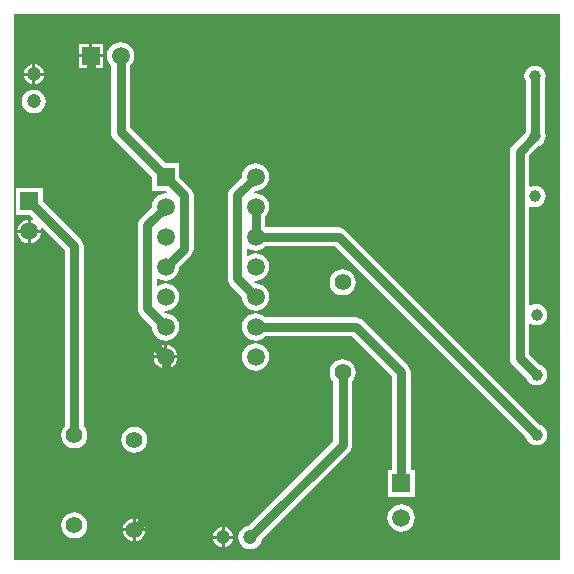
<source format=gtl>
G04 Layer_Physical_Order=1*
G04 Layer_Color=255*
%FSAX25Y25*%
%MOIN*%
G70*
G01*
G75*
%ADD10C,0.03150*%
%ADD11C,0.04724*%
%ADD12R,0.05906X0.05906*%
%ADD13C,0.05906*%
%ADD14C,0.05512*%
%ADD15C,0.03937*%
%ADD16R,0.05906X0.05906*%
G36*
X0389524Y0307326D02*
X0207326D01*
Y0489524D01*
X0389524D01*
Y0307326D01*
D02*
G37*
%LPC*%
G36*
X0236953Y0479453D02*
X0233500D01*
Y0476000D01*
X0236953D01*
Y0479453D01*
D02*
G37*
G36*
X0232500D02*
X0229047D01*
Y0476000D01*
X0232500D01*
Y0479453D01*
D02*
G37*
G36*
X0236953Y0475000D02*
X0233500D01*
Y0471547D01*
X0236953D01*
Y0475000D01*
D02*
G37*
G36*
X0232500D02*
X0229047D01*
Y0471547D01*
X0232500D01*
Y0475000D01*
D02*
G37*
G36*
X0214500Y0472656D02*
Y0469831D01*
X0217325D01*
X0217276Y0470209D01*
X0216937Y0471026D01*
X0216398Y0471729D01*
X0215696Y0472268D01*
X0214878Y0472607D01*
X0214500Y0472656D01*
D02*
G37*
G36*
X0213500D02*
X0213122Y0472607D01*
X0212304Y0472268D01*
X0211602Y0471729D01*
X0211063Y0471026D01*
X0210724Y0470209D01*
X0210675Y0469831D01*
X0213500D01*
Y0472656D01*
D02*
G37*
G36*
X0217325Y0468831D02*
X0214500D01*
Y0466005D01*
X0214878Y0466055D01*
X0215696Y0466394D01*
X0216398Y0466933D01*
X0216937Y0467635D01*
X0217276Y0468453D01*
X0217325Y0468831D01*
D02*
G37*
G36*
X0213500D02*
X0210675D01*
X0210724Y0468453D01*
X0211063Y0467635D01*
X0211602Y0466933D01*
X0212304Y0466394D01*
X0213122Y0466055D01*
X0213500Y0466005D01*
Y0468831D01*
D02*
G37*
G36*
X0214000Y0464247D02*
X0212972Y0464111D01*
X0212015Y0463715D01*
X0211192Y0463084D01*
X0210561Y0462261D01*
X0210164Y0461303D01*
X0210029Y0460276D01*
X0210164Y0459248D01*
X0210561Y0458290D01*
X0211192Y0457468D01*
X0212015Y0456837D01*
X0212972Y0456440D01*
X0214000Y0456305D01*
X0215028Y0456440D01*
X0215985Y0456837D01*
X0216808Y0457468D01*
X0217439Y0458290D01*
X0217836Y0459248D01*
X0217971Y0460276D01*
X0217836Y0461303D01*
X0217439Y0462261D01*
X0216808Y0463084D01*
X0215985Y0463715D01*
X0215028Y0464111D01*
X0214000Y0464247D01*
D02*
G37*
G36*
X0287980Y0439685D02*
X0286799Y0439529D01*
X0285697Y0439073D01*
X0284751Y0438347D01*
X0284026Y0437401D01*
X0283569Y0436300D01*
X0283414Y0435118D01*
X0283422Y0435053D01*
X0279554Y0431184D01*
X0279049Y0430526D01*
X0278731Y0429760D01*
X0278623Y0428938D01*
Y0401299D01*
X0278731Y0400476D01*
X0279049Y0399710D01*
X0279554Y0399052D01*
X0283422Y0395184D01*
X0283414Y0395118D01*
X0283569Y0393936D01*
X0284026Y0392835D01*
X0284751Y0391889D01*
X0285697Y0391163D01*
X0286799Y0390707D01*
X0287980Y0390552D01*
X0289162Y0390707D01*
X0290264Y0391163D01*
X0291210Y0391889D01*
X0291935Y0392835D01*
X0292391Y0393936D01*
X0292547Y0395118D01*
X0292391Y0396300D01*
X0291935Y0397401D01*
X0291210Y0398347D01*
X0290264Y0399073D01*
X0289162Y0399529D01*
X0287980Y0399685D01*
X0287915Y0399676D01*
X0287447Y0400144D01*
X0287668Y0400593D01*
X0287980Y0400552D01*
X0289162Y0400707D01*
X0290264Y0401163D01*
X0291210Y0401889D01*
X0291935Y0402835D01*
X0292391Y0403936D01*
X0292547Y0405118D01*
X0292391Y0406300D01*
X0291935Y0407402D01*
X0291210Y0408347D01*
X0290264Y0409073D01*
X0289162Y0409529D01*
X0287980Y0409685D01*
X0286799Y0409529D01*
X0285697Y0409073D01*
X0285425Y0408864D01*
X0284977Y0409086D01*
Y0411151D01*
X0285425Y0411372D01*
X0285697Y0411163D01*
X0286799Y0410707D01*
X0287980Y0410552D01*
X0289162Y0410707D01*
X0290264Y0411163D01*
X0291210Y0411889D01*
X0291250Y0411941D01*
X0314365D01*
X0378252Y0348055D01*
X0378527Y0347390D01*
X0379095Y0346650D01*
X0379835Y0346082D01*
X0380697Y0345725D01*
X0381622Y0345603D01*
X0382547Y0345725D01*
X0383409Y0346082D01*
X0384149Y0346650D01*
X0384717Y0347390D01*
X0385074Y0348252D01*
X0385196Y0349177D01*
X0385074Y0350102D01*
X0384717Y0350964D01*
X0384149Y0351704D01*
X0383409Y0352272D01*
X0382744Y0352548D01*
X0317927Y0417365D01*
X0317269Y0417869D01*
X0316503Y0418187D01*
X0315681Y0418295D01*
X0291250D01*
X0291210Y0418347D01*
X0291157Y0418387D01*
Y0421849D01*
X0291210Y0421889D01*
X0291935Y0422835D01*
X0292391Y0423936D01*
X0292547Y0425118D01*
X0292391Y0426300D01*
X0291935Y0427401D01*
X0291210Y0428347D01*
X0290264Y0429073D01*
X0289162Y0429529D01*
X0287980Y0429685D01*
X0287668Y0429644D01*
X0287447Y0430092D01*
X0287915Y0430560D01*
X0287980Y0430552D01*
X0289162Y0430707D01*
X0290264Y0431163D01*
X0291210Y0431889D01*
X0291935Y0432835D01*
X0292391Y0433936D01*
X0292547Y0435118D01*
X0292391Y0436300D01*
X0291935Y0437401D01*
X0291210Y0438347D01*
X0290264Y0439073D01*
X0289162Y0439529D01*
X0287980Y0439685D01*
D02*
G37*
G36*
X0243000Y0480067D02*
X0241818Y0479911D01*
X0240717Y0479455D01*
X0239771Y0478729D01*
X0239045Y0477783D01*
X0238589Y0476682D01*
X0238433Y0475500D01*
X0238589Y0474318D01*
X0239045Y0473217D01*
X0239771Y0472271D01*
X0239823Y0472231D01*
Y0450099D01*
X0239932Y0449276D01*
X0240249Y0448510D01*
X0240754Y0447852D01*
X0253453Y0435153D01*
Y0430591D01*
X0258015D01*
X0258514Y0430092D01*
X0258293Y0429644D01*
X0257980Y0429685D01*
X0256799Y0429529D01*
X0255697Y0429073D01*
X0254751Y0428347D01*
X0254026Y0427401D01*
X0253569Y0426300D01*
X0253414Y0425118D01*
X0253422Y0425053D01*
X0249554Y0421184D01*
X0249049Y0420526D01*
X0248731Y0419760D01*
X0248623Y0418938D01*
Y0391299D01*
X0248731Y0390476D01*
X0249049Y0389710D01*
X0249554Y0389052D01*
X0253422Y0385184D01*
X0253414Y0385118D01*
X0253569Y0383936D01*
X0254026Y0382835D01*
X0254751Y0381889D01*
X0255697Y0381163D01*
X0256799Y0380707D01*
X0257980Y0380552D01*
X0259162Y0380707D01*
X0260264Y0381163D01*
X0261210Y0381889D01*
X0261935Y0382835D01*
X0262391Y0383936D01*
X0262547Y0385118D01*
X0262391Y0386300D01*
X0261935Y0387402D01*
X0261210Y0388347D01*
X0260264Y0389073D01*
X0259162Y0389529D01*
X0257980Y0389685D01*
X0257915Y0389676D01*
X0257447Y0390144D01*
X0257668Y0390593D01*
X0257980Y0390552D01*
X0259162Y0390707D01*
X0260264Y0391163D01*
X0261210Y0391889D01*
X0261935Y0392835D01*
X0262391Y0393936D01*
X0262547Y0395118D01*
X0262391Y0396300D01*
X0261935Y0397401D01*
X0261210Y0398347D01*
X0260264Y0399073D01*
X0259162Y0399529D01*
X0257980Y0399685D01*
X0256799Y0399529D01*
X0255697Y0399073D01*
X0255425Y0398864D01*
X0254977Y0399086D01*
Y0401151D01*
X0255425Y0401372D01*
X0255697Y0401163D01*
X0256799Y0400707D01*
X0257980Y0400552D01*
X0259162Y0400707D01*
X0260264Y0401163D01*
X0261210Y0401889D01*
X0261935Y0402835D01*
X0262391Y0403936D01*
X0262547Y0405118D01*
X0262538Y0405184D01*
X0266346Y0408991D01*
X0266851Y0409649D01*
X0267168Y0410416D01*
X0267277Y0411238D01*
Y0428999D01*
X0267168Y0429821D01*
X0266851Y0430587D01*
X0266346Y0431245D01*
X0262508Y0435083D01*
Y0439646D01*
X0257945D01*
X0246177Y0451414D01*
Y0472231D01*
X0246229Y0472271D01*
X0246955Y0473217D01*
X0247411Y0474318D01*
X0247567Y0475500D01*
X0247411Y0476682D01*
X0246955Y0477783D01*
X0246229Y0478729D01*
X0245283Y0479455D01*
X0244182Y0479911D01*
X0243000Y0480067D01*
D02*
G37*
G36*
X0381122Y0472251D02*
X0380197Y0472129D01*
X0379335Y0471772D01*
X0378595Y0471204D01*
X0378027Y0470464D01*
X0377670Y0469602D01*
X0377548Y0468677D01*
X0377670Y0467752D01*
X0377945Y0467088D01*
Y0450267D01*
X0377752Y0449799D01*
X0373754Y0445801D01*
X0373249Y0445144D01*
X0372932Y0444377D01*
X0372823Y0443555D01*
Y0374799D01*
X0372932Y0373977D01*
X0373249Y0373211D01*
X0373754Y0372553D01*
X0378252Y0368055D01*
X0378527Y0367390D01*
X0379095Y0366650D01*
X0379835Y0366082D01*
X0380697Y0365725D01*
X0381622Y0365603D01*
X0382547Y0365725D01*
X0383409Y0366082D01*
X0384149Y0366650D01*
X0384717Y0367390D01*
X0385074Y0368252D01*
X0385196Y0369177D01*
X0385074Y0370102D01*
X0384717Y0370964D01*
X0384149Y0371704D01*
X0383409Y0372272D01*
X0382744Y0372548D01*
X0379177Y0376115D01*
Y0386022D01*
X0379625Y0386243D01*
X0379835Y0386082D01*
X0380697Y0385725D01*
X0381622Y0385603D01*
X0382547Y0385725D01*
X0383409Y0386082D01*
X0384149Y0386650D01*
X0384717Y0387390D01*
X0385074Y0388252D01*
X0385196Y0389177D01*
X0385074Y0390102D01*
X0384717Y0390964D01*
X0384149Y0391704D01*
X0383409Y0392272D01*
X0382547Y0392629D01*
X0381622Y0392751D01*
X0380697Y0392629D01*
X0379835Y0392272D01*
X0379625Y0392111D01*
X0379177Y0392332D01*
Y0425106D01*
X0379677Y0425441D01*
X0380197Y0425225D01*
X0381122Y0425103D01*
X0382047Y0425225D01*
X0382909Y0425582D01*
X0383649Y0426150D01*
X0384217Y0426890D01*
X0384574Y0427752D01*
X0384696Y0428677D01*
X0384574Y0429602D01*
X0384217Y0430464D01*
X0383649Y0431204D01*
X0382909Y0431772D01*
X0382047Y0432129D01*
X0381122Y0432251D01*
X0380197Y0432129D01*
X0379677Y0431914D01*
X0379177Y0432248D01*
Y0442239D01*
X0382244Y0445307D01*
X0382909Y0445582D01*
X0383649Y0446150D01*
X0384217Y0446890D01*
X0384574Y0447752D01*
X0384696Y0448677D01*
X0384574Y0449602D01*
X0384299Y0450267D01*
Y0467088D01*
X0384574Y0467752D01*
X0384696Y0468677D01*
X0384574Y0469602D01*
X0384217Y0470464D01*
X0383649Y0471204D01*
X0382909Y0471772D01*
X0382047Y0472129D01*
X0381122Y0472251D01*
D02*
G37*
G36*
X0217028Y0431528D02*
X0207972D01*
Y0422472D01*
X0212535D01*
X0213694Y0421313D01*
X0213617Y0421094D01*
X0213437Y0420863D01*
X0213000Y0420921D01*
Y0417500D01*
X0216421D01*
X0216364Y0417937D01*
X0216594Y0418118D01*
X0216813Y0418194D01*
X0224323Y0410684D01*
Y0351974D01*
X0223717Y0351184D01*
X0223281Y0350131D01*
X0223132Y0349000D01*
X0223281Y0347869D01*
X0223717Y0346816D01*
X0224411Y0345911D01*
X0225316Y0345217D01*
X0226370Y0344781D01*
X0227500Y0344632D01*
X0228630Y0344781D01*
X0229684Y0345217D01*
X0230589Y0345911D01*
X0231283Y0346816D01*
X0231719Y0347869D01*
X0231868Y0349000D01*
X0231719Y0350131D01*
X0231283Y0351184D01*
X0230677Y0351974D01*
Y0412000D01*
X0230569Y0412822D01*
X0230251Y0413588D01*
X0229746Y0414246D01*
X0217028Y0426965D01*
Y0431528D01*
D02*
G37*
G36*
X0212000Y0420921D02*
X0211468Y0420851D01*
X0210507Y0420453D01*
X0209681Y0419819D01*
X0209047Y0418993D01*
X0208649Y0418032D01*
X0208579Y0417500D01*
X0212000D01*
Y0420921D01*
D02*
G37*
G36*
X0216421Y0416500D02*
X0213000D01*
Y0413079D01*
X0213532Y0413149D01*
X0214493Y0413547D01*
X0215319Y0414181D01*
X0215953Y0415007D01*
X0216351Y0415968D01*
X0216421Y0416500D01*
D02*
G37*
G36*
X0212000D02*
X0208579D01*
X0208649Y0415968D01*
X0209047Y0415007D01*
X0209681Y0414181D01*
X0210507Y0413547D01*
X0211468Y0413149D01*
X0212000Y0413079D01*
Y0416500D01*
D02*
G37*
G36*
X0317000Y0404368D02*
X0315869Y0404219D01*
X0314816Y0403783D01*
X0313911Y0403089D01*
X0313217Y0402184D01*
X0312781Y0401130D01*
X0312632Y0400000D01*
X0312781Y0398869D01*
X0313217Y0397816D01*
X0313911Y0396911D01*
X0314816Y0396217D01*
X0315869Y0395781D01*
X0317000Y0395632D01*
X0318130Y0395781D01*
X0319184Y0396217D01*
X0320089Y0396911D01*
X0320783Y0397816D01*
X0321219Y0398869D01*
X0321368Y0400000D01*
X0321219Y0401130D01*
X0320783Y0402184D01*
X0320089Y0403089D01*
X0319184Y0403783D01*
X0318130Y0404219D01*
X0317000Y0404368D01*
D02*
G37*
G36*
X0258480Y0379039D02*
Y0375618D01*
X0261901D01*
X0261831Y0376150D01*
X0261433Y0377112D01*
X0260800Y0377937D01*
X0259974Y0378571D01*
X0259012Y0378969D01*
X0258480Y0379039D01*
D02*
G37*
G36*
X0257480D02*
X0256948Y0378969D01*
X0255987Y0378571D01*
X0255161Y0377937D01*
X0254528Y0377112D01*
X0254129Y0376150D01*
X0254059Y0375618D01*
X0257480D01*
Y0379039D01*
D02*
G37*
G36*
X0261901Y0374618D02*
X0258480D01*
Y0371197D01*
X0259012Y0371267D01*
X0259974Y0371666D01*
X0260800Y0372299D01*
X0261433Y0373125D01*
X0261831Y0374086D01*
X0261901Y0374618D01*
D02*
G37*
G36*
X0257480D02*
X0254059D01*
X0254129Y0374086D01*
X0254528Y0373125D01*
X0255161Y0372299D01*
X0255987Y0371666D01*
X0256948Y0371267D01*
X0257480Y0371197D01*
Y0374618D01*
D02*
G37*
G36*
X0287980Y0379685D02*
X0286799Y0379529D01*
X0285697Y0379073D01*
X0284751Y0378347D01*
X0284026Y0377401D01*
X0283569Y0376300D01*
X0283414Y0375118D01*
X0283569Y0373936D01*
X0284026Y0372835D01*
X0284751Y0371889D01*
X0285697Y0371163D01*
X0286799Y0370707D01*
X0287980Y0370552D01*
X0289162Y0370707D01*
X0290264Y0371163D01*
X0291210Y0371889D01*
X0291935Y0372835D01*
X0292391Y0373936D01*
X0292547Y0375118D01*
X0292391Y0376300D01*
X0291935Y0377401D01*
X0291210Y0378347D01*
X0290264Y0379073D01*
X0289162Y0379529D01*
X0287980Y0379685D01*
D02*
G37*
G36*
X0247500Y0351868D02*
X0246370Y0351719D01*
X0245316Y0351283D01*
X0244411Y0350589D01*
X0243717Y0349684D01*
X0243281Y0348630D01*
X0243132Y0347500D01*
X0243281Y0346370D01*
X0243717Y0345316D01*
X0244411Y0344411D01*
X0245316Y0343717D01*
X0246370Y0343281D01*
X0247500Y0343132D01*
X0248630Y0343281D01*
X0249684Y0343717D01*
X0250589Y0344411D01*
X0251283Y0345316D01*
X0251719Y0346370D01*
X0251868Y0347500D01*
X0251719Y0348630D01*
X0251283Y0349684D01*
X0250589Y0350589D01*
X0249684Y0351283D01*
X0248630Y0351719D01*
X0247500Y0351868D01*
D02*
G37*
G36*
X0287980Y0389685D02*
X0286799Y0389529D01*
X0285697Y0389073D01*
X0284751Y0388347D01*
X0284026Y0387402D01*
X0283569Y0386300D01*
X0283414Y0385118D01*
X0283569Y0383936D01*
X0284026Y0382835D01*
X0284751Y0381889D01*
X0285697Y0381163D01*
X0286799Y0380707D01*
X0287980Y0380552D01*
X0289162Y0380707D01*
X0290264Y0381163D01*
X0291210Y0381889D01*
X0291250Y0381941D01*
X0320066D01*
X0333323Y0368684D01*
Y0337528D01*
X0331972D01*
Y0328472D01*
X0341028D01*
Y0337528D01*
X0339677D01*
Y0370000D01*
X0339568Y0370822D01*
X0339251Y0371588D01*
X0338746Y0372246D01*
X0323628Y0387365D01*
X0322970Y0387869D01*
X0322204Y0388187D01*
X0321382Y0388295D01*
X0291250D01*
X0291210Y0388347D01*
X0290264Y0389073D01*
X0289162Y0389529D01*
X0287980Y0389685D01*
D02*
G37*
G36*
X0248000Y0321222D02*
Y0318000D01*
X0251222D01*
X0251159Y0318480D01*
X0250781Y0319394D01*
X0250179Y0320179D01*
X0249394Y0320781D01*
X0248481Y0321159D01*
X0248000Y0321222D01*
D02*
G37*
G36*
X0247000D02*
X0246519Y0321159D01*
X0245606Y0320781D01*
X0244821Y0320179D01*
X0244219Y0319394D01*
X0243841Y0318480D01*
X0243777Y0318000D01*
X0247000D01*
Y0321222D01*
D02*
G37*
G36*
X0336500Y0326067D02*
X0335318Y0325911D01*
X0334217Y0325455D01*
X0333271Y0324729D01*
X0332545Y0323783D01*
X0332089Y0322682D01*
X0331933Y0321500D01*
X0332089Y0320318D01*
X0332545Y0319217D01*
X0333271Y0318271D01*
X0334217Y0317545D01*
X0335318Y0317089D01*
X0336500Y0316933D01*
X0337682Y0317089D01*
X0338783Y0317545D01*
X0339729Y0318271D01*
X0340455Y0319217D01*
X0340911Y0320318D01*
X0341067Y0321500D01*
X0340911Y0322682D01*
X0340455Y0323783D01*
X0339729Y0324729D01*
X0338783Y0325455D01*
X0337682Y0325911D01*
X0336500Y0326067D01*
D02*
G37*
G36*
X0277669Y0318325D02*
Y0315500D01*
X0280495D01*
X0280445Y0315878D01*
X0280106Y0316696D01*
X0279567Y0317398D01*
X0278865Y0317937D01*
X0278047Y0318276D01*
X0277669Y0318325D01*
D02*
G37*
G36*
X0276669D02*
X0276291Y0318276D01*
X0275474Y0317937D01*
X0274771Y0317398D01*
X0274232Y0316696D01*
X0273893Y0315878D01*
X0273844Y0315500D01*
X0276669D01*
Y0318325D01*
D02*
G37*
G36*
X0227500Y0323368D02*
X0226370Y0323219D01*
X0225316Y0322783D01*
X0224411Y0322089D01*
X0223717Y0321184D01*
X0223281Y0320130D01*
X0223132Y0319000D01*
X0223281Y0317869D01*
X0223717Y0316816D01*
X0224411Y0315911D01*
X0225316Y0315217D01*
X0226370Y0314781D01*
X0227500Y0314632D01*
X0228630Y0314781D01*
X0229684Y0315217D01*
X0230589Y0315911D01*
X0231283Y0316816D01*
X0231719Y0317869D01*
X0231868Y0319000D01*
X0231719Y0320130D01*
X0231283Y0321184D01*
X0230589Y0322089D01*
X0229684Y0322783D01*
X0228630Y0323219D01*
X0227500Y0323368D01*
D02*
G37*
G36*
X0251222Y0317000D02*
X0248000D01*
Y0313777D01*
X0248481Y0313841D01*
X0249394Y0314219D01*
X0250179Y0314821D01*
X0250781Y0315606D01*
X0251159Y0316519D01*
X0251222Y0317000D01*
D02*
G37*
G36*
X0247000D02*
X0243777D01*
X0243841Y0316519D01*
X0244219Y0315606D01*
X0244821Y0314821D01*
X0245606Y0314219D01*
X0246519Y0313841D01*
X0247000Y0313777D01*
Y0317000D01*
D02*
G37*
G36*
X0280495Y0314500D02*
X0277669D01*
Y0311675D01*
X0278047Y0311724D01*
X0278865Y0312063D01*
X0279567Y0312602D01*
X0280106Y0313304D01*
X0280445Y0314122D01*
X0280495Y0314500D01*
D02*
G37*
G36*
X0276669D02*
X0273844D01*
X0273893Y0314122D01*
X0274232Y0313304D01*
X0274771Y0312602D01*
X0275474Y0312063D01*
X0276291Y0311724D01*
X0276669Y0311675D01*
Y0314500D01*
D02*
G37*
G36*
X0317000Y0374368D02*
X0315869Y0374219D01*
X0314816Y0373783D01*
X0313911Y0373089D01*
X0313217Y0372184D01*
X0312781Y0371130D01*
X0312632Y0370000D01*
X0312781Y0368869D01*
X0313217Y0367816D01*
X0313823Y0367026D01*
Y0347092D01*
X0285624Y0318892D01*
X0285197Y0318836D01*
X0284239Y0318439D01*
X0283417Y0317808D01*
X0282785Y0316986D01*
X0282389Y0316028D01*
X0282253Y0315000D01*
X0282389Y0313972D01*
X0282785Y0313015D01*
X0283417Y0312192D01*
X0284239Y0311561D01*
X0285197Y0311164D01*
X0286224Y0311029D01*
X0287252Y0311164D01*
X0288210Y0311561D01*
X0289032Y0312192D01*
X0289663Y0313015D01*
X0290060Y0313972D01*
X0290116Y0314399D01*
X0319246Y0343529D01*
X0319751Y0344187D01*
X0320069Y0344953D01*
X0320177Y0345776D01*
Y0367026D01*
X0320783Y0367816D01*
X0321219Y0368869D01*
X0321368Y0370000D01*
X0321219Y0371130D01*
X0320783Y0372184D01*
X0320089Y0373089D01*
X0319184Y0373783D01*
X0318130Y0374219D01*
X0317000Y0374368D01*
D02*
G37*
%LPD*%
D10*
X0381122Y0448677D02*
Y0468677D01*
X0287980Y0415118D02*
Y0425118D01*
X0257980Y0435118D02*
X0264100Y0428999D01*
Y0411238D02*
Y0428999D01*
X0257980Y0405118D02*
X0264100Y0411238D01*
X0281800Y0401299D02*
X0287980Y0395118D01*
X0281800Y0401299D02*
Y0428938D01*
X0287980Y0435118D01*
X0251800Y0391299D02*
X0257980Y0385118D01*
X0251800Y0391299D02*
Y0418938D01*
X0257980Y0425118D01*
X0376000Y0374799D02*
X0381622Y0369177D01*
X0376000Y0374799D02*
Y0443555D01*
X0381122Y0448677D01*
X0212500Y0427000D02*
X0227500Y0412000D01*
Y0349000D02*
Y0412000D01*
X0243000Y0450099D02*
Y0475500D01*
Y0450099D02*
X0257980Y0435118D01*
X0286224Y0315000D02*
X0317000Y0345776D01*
Y0370000D01*
X0287980Y0385118D02*
X0321382D01*
X0336500Y0370000D01*
Y0333000D02*
Y0370000D01*
X0233000Y0400099D02*
X0257980Y0375118D01*
X0233000Y0400099D02*
Y0475500D01*
X0315681Y0415118D02*
X0381622Y0349177D01*
X0287980Y0415118D02*
X0315681D01*
X0257980Y0327980D02*
Y0375118D01*
X0247500Y0317500D02*
X0257980Y0327980D01*
D11*
X0214000Y0460276D02*
D03*
Y0469331D02*
D03*
X0286224Y0315000D02*
D03*
X0277169D02*
D03*
D12*
X0257980Y0435118D02*
D03*
X0233000Y0475500D02*
D03*
D13*
X0257980Y0425118D02*
D03*
Y0415118D02*
D03*
Y0405118D02*
D03*
Y0395118D02*
D03*
Y0385118D02*
D03*
Y0375118D02*
D03*
X0287980Y0435118D02*
D03*
Y0425118D02*
D03*
Y0415118D02*
D03*
Y0405118D02*
D03*
Y0395118D02*
D03*
Y0385118D02*
D03*
Y0375118D02*
D03*
X0336500Y0321500D02*
D03*
X0212500Y0417000D02*
D03*
X0243000Y0475500D02*
D03*
D14*
X0317000Y0370000D02*
D03*
Y0400000D02*
D03*
X0247500Y0317500D02*
D03*
Y0347500D02*
D03*
X0227500Y0319000D02*
D03*
Y0349000D02*
D03*
D15*
X0381122Y0428677D02*
D03*
Y0448677D02*
D03*
Y0468677D02*
D03*
X0381622Y0349177D02*
D03*
Y0369177D02*
D03*
Y0389177D02*
D03*
D16*
X0336500Y0333000D02*
D03*
X0212500Y0427000D02*
D03*
M02*

</source>
